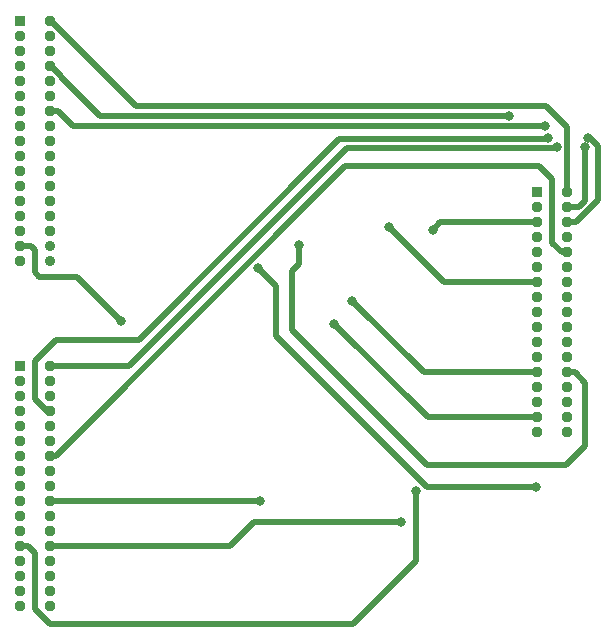
<source format=gbr>
%TF.GenerationSoftware,KiCad,Pcbnew,7.0.7*%
%TF.CreationDate,2023-09-12T10:00:41-04:00*%
%TF.ProjectId,Heater_South,48656174-6572-45f5-936f-7574682e6b69,rev?*%
%TF.SameCoordinates,Original*%
%TF.FileFunction,Copper,L2,Bot*%
%TF.FilePolarity,Positive*%
%FSLAX46Y46*%
G04 Gerber Fmt 4.6, Leading zero omitted, Abs format (unit mm)*
G04 Created by KiCad (PCBNEW 7.0.7) date 2023-09-12 10:00:41*
%MOMM*%
%LPD*%
G01*
G04 APERTURE LIST*
%TA.AperFunction,ComponentPad*%
%ADD10R,0.940800X0.940800*%
%TD*%
%TA.AperFunction,ComponentPad*%
%ADD11C,0.940800*%
%TD*%
%TA.AperFunction,ComponentPad*%
%ADD12C,0.890000*%
%TD*%
%TA.AperFunction,ViaPad*%
%ADD13C,0.800000*%
%TD*%
%TA.AperFunction,Conductor*%
%ADD14C,0.508000*%
%TD*%
G04 APERTURE END LIST*
D10*
%TO.P,J2,1,Pin_1*%
%TO.N,/HB2_1*%
X93969840Y-80010000D03*
D11*
%TO.P,J2,2,Pin_2*%
%TO.N,/HB2_2*%
X96530160Y-80010000D03*
%TO.P,J2,3,Pin_3*%
%TO.N,unconnected-(J2-Pin_3-Pad3)*%
X93980000Y-81280000D03*
%TO.P,J2,4,Pin_4*%
%TO.N,unconnected-(J2-Pin_4-Pad4)*%
X96520000Y-81280000D03*
%TO.P,J2,5,Pin_5*%
%TO.N,unconnected-(J2-Pin_5-Pad5)*%
X93980000Y-82550000D03*
%TO.P,J2,6,Pin_6*%
%TO.N,unconnected-(J2-Pin_6-Pad6)*%
X96520000Y-82550000D03*
%TO.P,J2,7,Pin_7*%
%TO.N,/HB2_7*%
X93980000Y-83820000D03*
%TO.P,J2,8,Pin_8*%
%TO.N,/HB2_8*%
X96520000Y-83820000D03*
%TO.P,J2,9,Pin_9*%
%TO.N,unconnected-(J2-Pin_9-Pad9)*%
X93980000Y-85090000D03*
%TO.P,J2,10,Pin_10*%
%TO.N,unconnected-(J2-Pin_10-Pad10)*%
X96520000Y-85090000D03*
%TO.P,J2,11,Pin_11*%
%TO.N,unconnected-(J2-Pin_11-Pad11)*%
X93980000Y-86360000D03*
%TO.P,J2,12,Pin_12*%
%TO.N,unconnected-(J2-Pin_12-Pad12)*%
X96520000Y-86360000D03*
%TO.P,J2,13,Pin_13*%
%TO.N,/HB2_13*%
X93980000Y-87630000D03*
%TO.P,J2,14,Pin_14*%
%TO.N,/HB2_14*%
X96520000Y-87630000D03*
%TO.P,J2,15,Pin_15*%
%TO.N,unconnected-(J2-Pin_15-Pad15)*%
X93980000Y-88900000D03*
%TO.P,J2,16,Pin_16*%
%TO.N,unconnected-(J2-Pin_16-Pad16)*%
X96520000Y-88900000D03*
%TO.P,J2,17,Pin_17*%
%TO.N,unconnected-(J2-Pin_17-Pad17)*%
X93980000Y-90170000D03*
%TO.P,J2,18,Pin_18*%
%TO.N,unconnected-(J2-Pin_18-Pad18)*%
X96520000Y-90170000D03*
%TO.P,J2,19,Pin_19*%
%TO.N,/HB2_19*%
X93980000Y-91440000D03*
%TO.P,J2,20,Pin_20*%
%TO.N,/HB2_20*%
X96520000Y-91440000D03*
%TO.P,J2,21,Pin_21*%
%TO.N,unconnected-(J2-Pin_21-Pad21)*%
X93980000Y-92710000D03*
%TO.P,J2,22,Pin_22*%
%TO.N,unconnected-(J2-Pin_22-Pad22)*%
X96520000Y-92710000D03*
%TO.P,J2,23,Pin_23*%
%TO.N,unconnected-(J2-Pin_23-Pad23)*%
X93980000Y-93980000D03*
%TO.P,J2,24,Pin_24*%
%TO.N,unconnected-(J2-Pin_24-Pad24)*%
X96520000Y-93980000D03*
%TO.P,J2,25,Pin_25*%
%TO.N,/HB2_25*%
X93980000Y-95250000D03*
%TO.P,J2,26,Pin_26*%
%TO.N,/HB2_26*%
X96520000Y-95250000D03*
%TO.P,J2,27,Pin_27*%
%TO.N,unconnected-(J2-Pin_27-Pad27)*%
X93980000Y-96520000D03*
%TO.P,J2,28,Pin_28*%
%TO.N,unconnected-(J2-Pin_28-Pad28)*%
X96520000Y-96520000D03*
%TO.P,J2,29,Pin_29*%
%TO.N,unconnected-(J2-Pin_29-Pad29)*%
X93980000Y-97790000D03*
%TO.P,J2,30,Pin_30*%
%TO.N,unconnected-(J2-Pin_30-Pad30)*%
X96520000Y-97790000D03*
%TO.P,J2,31,Pin_31*%
%TO.N,unconnected-(J2-Pin_31-Pad31)*%
X93980000Y-99060000D03*
%TO.P,J2,32,Pin_32*%
%TO.N,unconnected-(J2-Pin_32-Pad32)*%
X96520000Y-99060000D03*
%TO.P,J2,33,Pin_33*%
%TO.N,unconnected-(J2-Pin_33-Pad33)*%
X93980000Y-100330000D03*
%TO.P,J2,34,Pin_34*%
%TO.N,unconnected-(J2-Pin_34-Pad34)*%
X96520000Y-100330000D03*
%TD*%
D10*
%TO.P,J3,1,Pin_1*%
%TO.N,/HB1_1*%
X137719840Y-65340000D03*
D11*
%TO.P,J3,2,Pin_2*%
%TO.N,/HB1_2*%
X140280160Y-65340000D03*
%TO.P,J3,3,Pin_3*%
%TO.N,/HB2_1*%
X137730000Y-66610000D03*
%TO.P,J3,4,Pin_4*%
%TO.N,/HB2_2*%
X140270000Y-66610000D03*
%TO.P,J3,5,Pin_5*%
%TO.N,/HB2_7*%
X137730000Y-67880000D03*
%TO.P,J3,6,Pin_6*%
%TO.N,/HB2_8*%
X140270000Y-67880000D03*
%TO.P,J3,7,Pin_7*%
%TO.N,/HB1_7*%
X137730000Y-69150000D03*
%TO.P,J3,8,Pin_8*%
%TO.N,/HB1_8*%
X140270000Y-69150000D03*
%TO.P,J3,9,Pin_9*%
%TO.N,/HB2_13*%
X137730000Y-70420000D03*
%TO.P,J3,10,Pin_10*%
%TO.N,/HB2_14*%
X140270000Y-70420000D03*
%TO.P,J3,11,Pin_11*%
%TO.N,/HB2_19*%
X137730000Y-71690000D03*
%TO.P,J3,12,Pin_12*%
%TO.N,/HB2_20*%
X140270000Y-71690000D03*
%TO.P,J3,13,Pin_13*%
%TO.N,/HB1_13*%
X137730000Y-72960000D03*
%TO.P,J3,14,Pin_14*%
%TO.N,/HB1_14*%
X140270000Y-72960000D03*
%TO.P,J3,15,Pin_15*%
%TO.N,unconnected-(J3-Pin_15-Pad15)*%
X137730000Y-74230000D03*
%TO.P,J3,16,Pin_16*%
%TO.N,unconnected-(J3-Pin_16-Pad16)*%
X140270000Y-74230000D03*
%TO.P,J3,17,Pin_17*%
%TO.N,unconnected-(J3-Pin_17-Pad17)*%
X137730000Y-75500000D03*
%TO.P,J3,18,Pin_18*%
%TO.N,unconnected-(J3-Pin_18-Pad18)*%
X140270000Y-75500000D03*
%TO.P,J3,19,Pin_19*%
%TO.N,unconnected-(J3-Pin_19-Pad19)*%
X137730000Y-76770000D03*
%TO.P,J3,20,Pin_20*%
%TO.N,unconnected-(J3-Pin_20-Pad20)*%
X140270000Y-76770000D03*
%TO.P,J3,21,Pin_21*%
%TO.N,/HB2_25*%
X137730000Y-78040000D03*
%TO.P,J3,22,Pin_22*%
%TO.N,/HB2_26*%
X140270000Y-78040000D03*
%TO.P,J3,23,Pin_23*%
%TO.N,unconnected-(J3-Pin_23-Pad23)*%
X137730000Y-79310000D03*
%TO.P,J3,24,Pin_24*%
%TO.N,unconnected-(J3-Pin_24-Pad24)*%
X140270000Y-79310000D03*
%TO.P,J3,25,Pin_25*%
%TO.N,/HB1_25*%
X137730000Y-80580000D03*
%TO.P,J3,26,Pin_26*%
%TO.N,/HB1_26*%
X140270000Y-80580000D03*
%TO.P,J3,27,Pin_27*%
%TO.N,unconnected-(J3-Pin_27-Pad27)*%
X137730000Y-81850000D03*
%TO.P,J3,28,Pin_28*%
%TO.N,unconnected-(J3-Pin_28-Pad28)*%
X140270000Y-81850000D03*
%TO.P,J3,29,Pin_29*%
%TO.N,unconnected-(J3-Pin_29-Pad29)*%
X137730000Y-83120000D03*
%TO.P,J3,30,Pin_30*%
%TO.N,unconnected-(J3-Pin_30-Pad30)*%
X140270000Y-83120000D03*
%TO.P,J3,31,Pin_31*%
%TO.N,/HB1_31*%
X137730000Y-84390000D03*
%TO.P,J3,32,Pin_32*%
%TO.N,/HB1_32*%
X140270000Y-84390000D03*
%TO.P,J3,33,Pin_33*%
%TO.N,unconnected-(J3-Pin_33-Pad33)*%
X137730000Y-85660000D03*
%TO.P,J3,34,Pin_34*%
%TO.N,unconnected-(J3-Pin_34-Pad34)*%
X140270000Y-85660000D03*
%TD*%
D10*
%TO.P,J1,1,Pin_1*%
%TO.N,/HB1_1*%
X93969840Y-50800000D03*
D11*
%TO.P,J1,2,Pin_2*%
%TO.N,/HB1_2*%
X96530160Y-50800000D03*
%TO.P,J1,3,Pin_3*%
%TO.N,unconnected-(J1-Pin_3-Pad3)*%
X93980000Y-52070000D03*
%TO.P,J1,4,Pin_4*%
%TO.N,unconnected-(J1-Pin_4-Pad4)*%
X96520000Y-52070000D03*
%TO.P,J1,5,Pin_5*%
%TO.N,unconnected-(J1-Pin_5-Pad5)*%
X93980000Y-53340000D03*
%TO.P,J1,6,Pin_6*%
%TO.N,unconnected-(J1-Pin_6-Pad6)*%
X96520000Y-53340000D03*
%TO.P,J1,7,Pin_7*%
%TO.N,/HB1_7*%
X93980000Y-54610000D03*
%TO.P,J1,8,Pin_8*%
%TO.N,/HB1_8*%
X96520000Y-54610000D03*
%TO.P,J1,9,Pin_9*%
%TO.N,unconnected-(J1-Pin_9-Pad9)*%
X93980000Y-55880000D03*
%TO.P,J1,10,Pin_10*%
%TO.N,unconnected-(J1-Pin_10-Pad10)*%
X96520000Y-55880000D03*
%TO.P,J1,11,Pin_11*%
%TO.N,unconnected-(J1-Pin_11-Pad11)*%
X93980000Y-57150000D03*
%TO.P,J1,12,Pin_12*%
%TO.N,unconnected-(J1-Pin_12-Pad12)*%
X96520000Y-57150000D03*
%TO.P,J1,13,Pin_13*%
%TO.N,/HB1_13*%
X93980000Y-58420000D03*
%TO.P,J1,14,Pin_14*%
%TO.N,/HB1_14*%
X96520000Y-58420000D03*
%TO.P,J1,15,Pin_15*%
%TO.N,unconnected-(J1-Pin_15-Pad15)*%
X93980000Y-59690000D03*
%TO.P,J1,16,Pin_16*%
%TO.N,unconnected-(J1-Pin_16-Pad16)*%
X96520000Y-59690000D03*
%TO.P,J1,17,Pin_17*%
%TO.N,unconnected-(J1-Pin_17-Pad17)*%
X93980000Y-60960000D03*
%TO.P,J1,18,Pin_18*%
%TO.N,unconnected-(J1-Pin_18-Pad18)*%
X96520000Y-60960000D03*
%TO.P,J1,19,Pin_19*%
%TO.N,unconnected-(J1-Pin_19-Pad19)*%
X93980000Y-62230000D03*
%TO.P,J1,20,Pin_20*%
%TO.N,unconnected-(J1-Pin_20-Pad20)*%
X96520000Y-62230000D03*
%TO.P,J1,21,Pin_21*%
%TO.N,unconnected-(J1-Pin_21-Pad21)*%
X93980000Y-63500000D03*
%TO.P,J1,22,Pin_22*%
%TO.N,unconnected-(J1-Pin_22-Pad22)*%
X96520000Y-63500000D03*
%TO.P,J1,23,Pin_23*%
%TO.N,unconnected-(J1-Pin_23-Pad23)*%
X93980000Y-64770000D03*
%TO.P,J1,24,Pin_24*%
%TO.N,unconnected-(J1-Pin_24-Pad24)*%
X96520000Y-64770000D03*
%TO.P,J1,25,Pin_25*%
%TO.N,/HB1_25*%
X93980000Y-66040000D03*
%TO.P,J1,26,Pin_26*%
%TO.N,/HB1_26*%
X96520000Y-66040000D03*
%TO.P,J1,27,Pin_27*%
%TO.N,unconnected-(J1-Pin_27-Pad27)*%
X93980000Y-67310000D03*
%TO.P,J1,28,Pin_28*%
%TO.N,unconnected-(J1-Pin_28-Pad28)*%
X96520000Y-67310000D03*
%TO.P,J1,29,Pin_29*%
%TO.N,unconnected-(J1-Pin_29-Pad29)*%
X93980000Y-68580000D03*
%TO.P,J1,30,Pin_30*%
%TO.N,unconnected-(J1-Pin_30-Pad30)*%
X96520000Y-68580000D03*
%TO.P,J1,31,Pin_31*%
%TO.N,/HB1_31*%
X93980000Y-69850000D03*
D12*
%TO.P,J1,32,Pin_32*%
%TO.N,/HB1_32*%
X96520000Y-69850000D03*
D11*
%TO.P,J1,33,Pin_33*%
%TO.N,unconnected-(J1-Pin_33-Pad33)*%
X93980000Y-71120000D03*
D12*
%TO.P,J1,34,Pin_34*%
%TO.N,unconnected-(J1-Pin_34-Pad34)*%
X96520000Y-71120000D03*
%TD*%
D13*
%TO.N,/HB1_8*%
X135382000Y-58836500D03*
%TO.N,/HB1_13*%
X125200000Y-68300000D03*
%TO.N,/HB1_14*%
X138430000Y-59690000D03*
%TO.N,/HB1_25*%
X122100000Y-74500000D03*
%TO.N,/HB1_26*%
X117600000Y-69800000D03*
%TO.N,/HB1_31*%
X102500000Y-76200000D03*
X120554500Y-76454500D03*
%TO.N,/HB1_32*%
X137600000Y-90300000D03*
X114060060Y-71746973D03*
%TO.N,/HB2_2*%
X141800000Y-61500000D03*
X139426660Y-61500000D03*
%TO.N,/HB2_7*%
X128900000Y-68500000D03*
%TO.N,/HB2_8*%
X138669766Y-60693724D03*
X142046500Y-60693724D03*
%TO.N,/HB2_20*%
X114300000Y-91440000D03*
%TO.N,/HB2_25*%
X127480125Y-90586500D03*
%TO.N,/HB2_26*%
X126238000Y-93218000D03*
%TD*%
D14*
%TO.N,/HB1_2*%
X103739800Y-57982500D02*
X96557300Y-50800000D01*
X96557300Y-50800000D02*
X96530160Y-50800000D01*
X140280160Y-59783840D02*
X138478820Y-57982500D01*
X138478820Y-57982500D02*
X103739800Y-57982500D01*
X140280160Y-65340000D02*
X140280160Y-59783840D01*
%TO.N,/HB1_8*%
X100746500Y-58836500D02*
X97444400Y-55534400D01*
X96557300Y-54610000D02*
X96520000Y-54610000D01*
X97444400Y-55534400D02*
X97444400Y-55497100D01*
X135382000Y-58836500D02*
X100746500Y-58836500D01*
X97444400Y-55497100D02*
X96557300Y-54610000D01*
%TO.N,/HB1_13*%
X129860000Y-72960000D02*
X137730000Y-72960000D01*
X125200000Y-68300000D02*
X129860000Y-72960000D01*
%TO.N,/HB1_14*%
X98455246Y-59690000D02*
X97185246Y-58420000D01*
X138430000Y-59690000D02*
X98455246Y-59690000D01*
X97185246Y-58420000D02*
X96520000Y-58420000D01*
%TO.N,/HB1_25*%
X128180000Y-80580000D02*
X137730000Y-80580000D01*
X122100000Y-74500000D02*
X128180000Y-80580000D01*
%TO.N,/HB1_26*%
X141800000Y-81444754D02*
X140935246Y-80580000D01*
X117000000Y-77000000D02*
X128400000Y-88400000D01*
X117600000Y-71400000D02*
X117000000Y-72000000D01*
X140200000Y-88400000D02*
X141800000Y-86800000D01*
X117600000Y-69800000D02*
X117600000Y-71400000D01*
X141800000Y-86800000D02*
X141800000Y-81444754D01*
X117000000Y-72000000D02*
X117000000Y-77000000D01*
X140935246Y-80580000D02*
X140270000Y-80580000D01*
X128400000Y-88400000D02*
X140200000Y-88400000D01*
%TO.N,/HB1_31*%
X93980000Y-69850000D02*
X94850000Y-69850000D01*
X128490000Y-84390000D02*
X137730000Y-84390000D01*
X95200000Y-72100000D02*
X95600000Y-72500000D01*
X98800000Y-72500000D02*
X102500000Y-76200000D01*
X95200000Y-70200000D02*
X95200000Y-72100000D01*
X94850000Y-69850000D02*
X95200000Y-70200000D01*
X95600000Y-72500000D02*
X98800000Y-72500000D01*
X120554500Y-76454500D02*
X128490000Y-84390000D01*
%TO.N,/HB1_32*%
X115600000Y-77500000D02*
X128400000Y-90300000D01*
X128400000Y-90300000D02*
X137600000Y-90300000D01*
X114060060Y-71746973D02*
X115600000Y-73286913D01*
X115600000Y-73286913D02*
X115600000Y-77500000D01*
%TO.N,/HB2_2*%
X139378936Y-61547724D02*
X121652276Y-61547724D01*
X141800000Y-66100000D02*
X141290000Y-66610000D01*
X121652276Y-61547724D02*
X103190000Y-80010000D01*
X141290000Y-66610000D02*
X140270000Y-66610000D01*
X139426660Y-61500000D02*
X139378936Y-61547724D01*
X103190000Y-80010000D02*
X96530160Y-80010000D01*
X141800000Y-61500000D02*
X141800000Y-66100000D01*
X139426660Y-61346500D02*
X139225436Y-61547724D01*
%TO.N,/HB2_7*%
X129520000Y-67880000D02*
X137730000Y-67880000D01*
X128900000Y-68500000D02*
X129520000Y-67880000D01*
%TO.N,/HB2_8*%
X142046500Y-60531612D02*
X142900000Y-61385112D01*
X142900000Y-66001264D02*
X141021264Y-67880000D01*
X142900000Y-61385112D02*
X142900000Y-66001264D01*
X104000000Y-77800000D02*
X97000000Y-77800000D01*
X97000000Y-77800000D02*
X95200000Y-79600000D01*
X120960276Y-60839724D02*
X104000000Y-77800000D01*
X96220000Y-83820000D02*
X96520000Y-83820000D01*
X95200000Y-79600000D02*
X95200000Y-82800000D01*
X95200000Y-82800000D02*
X96220000Y-83820000D01*
X138669766Y-60693724D02*
X138523766Y-60839724D01*
X141021264Y-67880000D02*
X140270000Y-67880000D01*
X138523766Y-60839724D02*
X120960276Y-60839724D01*
%TO.N,/HB2_14*%
X139820000Y-70420000D02*
X139000000Y-69600000D01*
X96970000Y-87630000D02*
X96520000Y-87630000D01*
X121500000Y-63100000D02*
X96970000Y-87630000D01*
X139000000Y-64200000D02*
X137900000Y-63100000D01*
X140270000Y-70420000D02*
X139820000Y-70420000D01*
X139000000Y-69600000D02*
X139000000Y-64200000D01*
X137900000Y-63100000D02*
X121500000Y-63100000D01*
%TO.N,/HB2_20*%
X114300000Y-91440000D02*
X96520000Y-91440000D01*
%TO.N,/HB2_25*%
X95250000Y-100584000D02*
X95250000Y-95854754D01*
X122174000Y-101854000D02*
X96520000Y-101854000D01*
X127480125Y-96547875D02*
X122174000Y-101854000D01*
X127480125Y-90586500D02*
X127480125Y-96547875D01*
X94645246Y-95250000D02*
X93980000Y-95250000D01*
X95250000Y-95854754D02*
X94645246Y-95250000D01*
X96520000Y-101854000D02*
X95250000Y-100584000D01*
%TO.N,/HB2_26*%
X111697739Y-95250000D02*
X113729739Y-93218000D01*
X113729739Y-93218000D02*
X126238000Y-93218000D01*
X96520000Y-95250000D02*
X111697739Y-95250000D01*
%TD*%
M02*

</source>
